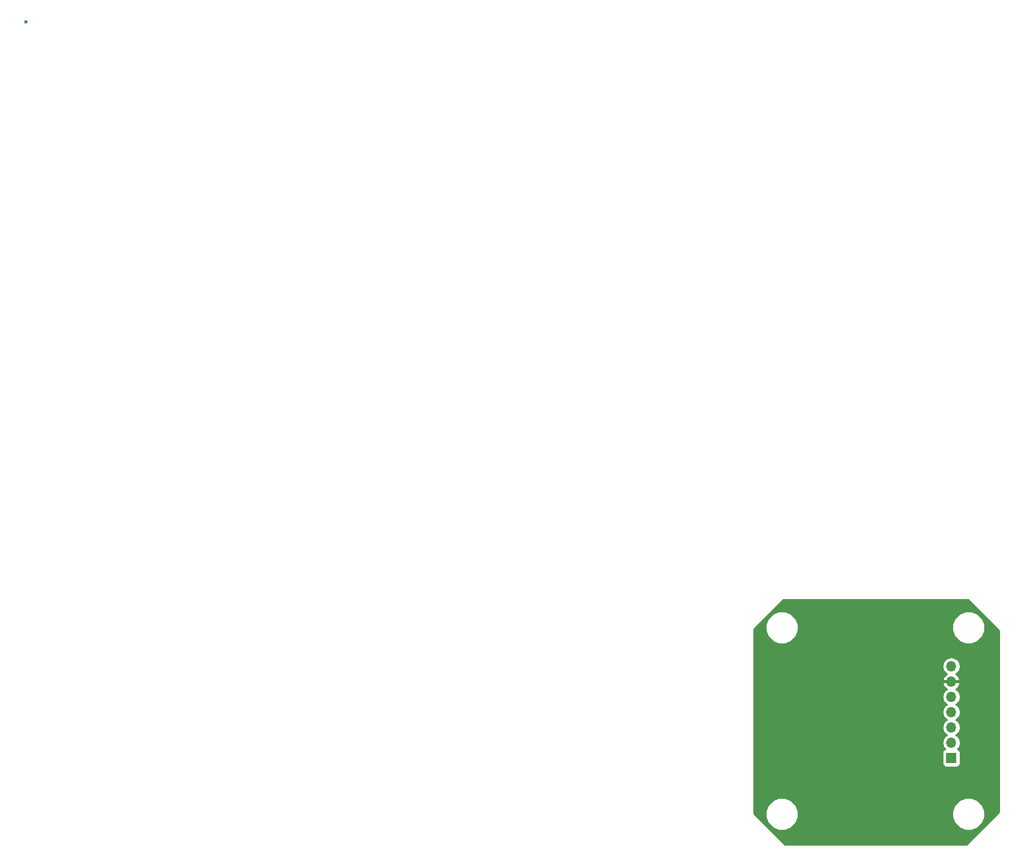
<source format=gbl>
G04 #@! TF.FileFunction,Copper,L2,Bot,Signal*
%FSLAX46Y46*%
G04 Gerber Fmt 4.6, Leading zero omitted, Abs format (unit mm)*
G04 Created by KiCad (PCBNEW 4.0.7) date 08/21/18 13:20:54*
%MOMM*%
%LPD*%
G01*
G04 APERTURE LIST*
%ADD10C,0.100000*%
%ADD11C,0.600000*%
%ADD12R,1.700000X1.700000*%
%ADD13O,1.700000X1.700000*%
%ADD14C,0.254000*%
G04 APERTURE END LIST*
D10*
D11*
X137541000Y-101346000D03*
X135001000Y-117983000D03*
X0Y0D03*
D12*
X153670000Y-122301000D03*
D13*
X153670000Y-119761000D03*
X153670000Y-117221000D03*
X153670000Y-114681000D03*
X153670000Y-112141000D03*
X153670000Y-109601000D03*
X153670000Y-107061000D03*
D11*
X135001000Y-119634000D03*
D14*
G36*
X161596000Y-101132092D02*
X161596000Y-131277908D01*
X156169908Y-136704000D01*
X126024092Y-136704000D01*
X121483146Y-132163054D01*
X122787528Y-132163054D01*
X123201814Y-133165703D01*
X123968262Y-133933490D01*
X124970186Y-134349526D01*
X126055054Y-134350472D01*
X127057703Y-133936186D01*
X127825490Y-133169738D01*
X128241526Y-132167814D01*
X128241530Y-132163054D01*
X153787528Y-132163054D01*
X154201814Y-133165703D01*
X154968262Y-133933490D01*
X155970186Y-134349526D01*
X157055054Y-134350472D01*
X158057703Y-133936186D01*
X158825490Y-133169738D01*
X159241526Y-132167814D01*
X159242472Y-131082946D01*
X158828186Y-130080297D01*
X158061738Y-129312510D01*
X157059814Y-128896474D01*
X155974946Y-128895528D01*
X154972297Y-129309814D01*
X154204510Y-130076262D01*
X153788474Y-131078186D01*
X153787528Y-132163054D01*
X128241530Y-132163054D01*
X128242472Y-131082946D01*
X127828186Y-130080297D01*
X127061738Y-129312510D01*
X126059814Y-128896474D01*
X124974946Y-128895528D01*
X123972297Y-129309814D01*
X123204510Y-130076262D01*
X122788474Y-131078186D01*
X122787528Y-132163054D01*
X121483146Y-132163054D01*
X120852000Y-131531908D01*
X120852000Y-112141000D01*
X152155907Y-112141000D01*
X152268946Y-112709285D01*
X152590853Y-113191054D01*
X152920026Y-113411000D01*
X152590853Y-113630946D01*
X152268946Y-114112715D01*
X152155907Y-114681000D01*
X152268946Y-115249285D01*
X152590853Y-115731054D01*
X152920026Y-115951000D01*
X152590853Y-116170946D01*
X152268946Y-116652715D01*
X152155907Y-117221000D01*
X152268946Y-117789285D01*
X152590853Y-118271054D01*
X152920026Y-118491000D01*
X152590853Y-118710946D01*
X152268946Y-119192715D01*
X152155907Y-119761000D01*
X152268946Y-120329285D01*
X152590853Y-120811054D01*
X152632452Y-120838850D01*
X152584683Y-120847838D01*
X152368559Y-120986910D01*
X152223569Y-121199110D01*
X152172560Y-121451000D01*
X152172560Y-123151000D01*
X152216838Y-123386317D01*
X152355910Y-123602441D01*
X152568110Y-123747431D01*
X152820000Y-123798440D01*
X154520000Y-123798440D01*
X154755317Y-123754162D01*
X154971441Y-123615090D01*
X155116431Y-123402890D01*
X155167440Y-123151000D01*
X155167440Y-121451000D01*
X155123162Y-121215683D01*
X154984090Y-120999559D01*
X154771890Y-120854569D01*
X154704459Y-120840914D01*
X154749147Y-120811054D01*
X155071054Y-120329285D01*
X155184093Y-119761000D01*
X155071054Y-119192715D01*
X154749147Y-118710946D01*
X154419974Y-118491000D01*
X154749147Y-118271054D01*
X155071054Y-117789285D01*
X155184093Y-117221000D01*
X155071054Y-116652715D01*
X154749147Y-116170946D01*
X154419974Y-115951000D01*
X154749147Y-115731054D01*
X155071054Y-115249285D01*
X155184093Y-114681000D01*
X155071054Y-114112715D01*
X154749147Y-113630946D01*
X154419974Y-113411000D01*
X154749147Y-113191054D01*
X155071054Y-112709285D01*
X155184093Y-112141000D01*
X155071054Y-111572715D01*
X154749147Y-111090946D01*
X154408447Y-110863298D01*
X154551358Y-110796183D01*
X154941645Y-110367924D01*
X155111476Y-109957890D01*
X154990155Y-109728000D01*
X153797000Y-109728000D01*
X153797000Y-109748000D01*
X153543000Y-109748000D01*
X153543000Y-109728000D01*
X152349845Y-109728000D01*
X152228524Y-109957890D01*
X152398355Y-110367924D01*
X152788642Y-110796183D01*
X152931553Y-110863298D01*
X152590853Y-111090946D01*
X152268946Y-111572715D01*
X152155907Y-112141000D01*
X120852000Y-112141000D01*
X120852000Y-107061000D01*
X152155907Y-107061000D01*
X152268946Y-107629285D01*
X152590853Y-108111054D01*
X152931553Y-108338702D01*
X152788642Y-108405817D01*
X152398355Y-108834076D01*
X152228524Y-109244110D01*
X152349845Y-109474000D01*
X153543000Y-109474000D01*
X153543000Y-109454000D01*
X153797000Y-109454000D01*
X153797000Y-109474000D01*
X154990155Y-109474000D01*
X155111476Y-109244110D01*
X154941645Y-108834076D01*
X154551358Y-108405817D01*
X154408447Y-108338702D01*
X154749147Y-108111054D01*
X155071054Y-107629285D01*
X155184093Y-107061000D01*
X155071054Y-106492715D01*
X154749147Y-106010946D01*
X154267378Y-105689039D01*
X153699093Y-105576000D01*
X153640907Y-105576000D01*
X153072622Y-105689039D01*
X152590853Y-106010946D01*
X152268946Y-106492715D01*
X152155907Y-107061000D01*
X120852000Y-107061000D01*
X120852000Y-101163054D01*
X122787528Y-101163054D01*
X123201814Y-102165703D01*
X123968262Y-102933490D01*
X124970186Y-103349526D01*
X126055054Y-103350472D01*
X127057703Y-102936186D01*
X127825490Y-102169738D01*
X128241526Y-101167814D01*
X128241530Y-101163054D01*
X153787528Y-101163054D01*
X154201814Y-102165703D01*
X154968262Y-102933490D01*
X155970186Y-103349526D01*
X157055054Y-103350472D01*
X158057703Y-102936186D01*
X158825490Y-102169738D01*
X159241526Y-101167814D01*
X159242472Y-100082946D01*
X158828186Y-99080297D01*
X158061738Y-98312510D01*
X157059814Y-97896474D01*
X155974946Y-97895528D01*
X154972297Y-98309814D01*
X154204510Y-99076262D01*
X153788474Y-100078186D01*
X153787528Y-101163054D01*
X128241530Y-101163054D01*
X128242472Y-100082946D01*
X127828186Y-99080297D01*
X127061738Y-98312510D01*
X126059814Y-97896474D01*
X124974946Y-97895528D01*
X123972297Y-98309814D01*
X123204510Y-99076262D01*
X122788474Y-100078186D01*
X122787528Y-101163054D01*
X120852000Y-101163054D01*
X120852000Y-100878092D01*
X125770092Y-95960000D01*
X156423908Y-95960000D01*
X161596000Y-101132092D01*
X161596000Y-101132092D01*
G37*
X161596000Y-101132092D02*
X161596000Y-131277908D01*
X156169908Y-136704000D01*
X126024092Y-136704000D01*
X121483146Y-132163054D01*
X122787528Y-132163054D01*
X123201814Y-133165703D01*
X123968262Y-133933490D01*
X124970186Y-134349526D01*
X126055054Y-134350472D01*
X127057703Y-133936186D01*
X127825490Y-133169738D01*
X128241526Y-132167814D01*
X128241530Y-132163054D01*
X153787528Y-132163054D01*
X154201814Y-133165703D01*
X154968262Y-133933490D01*
X155970186Y-134349526D01*
X157055054Y-134350472D01*
X158057703Y-133936186D01*
X158825490Y-133169738D01*
X159241526Y-132167814D01*
X159242472Y-131082946D01*
X158828186Y-130080297D01*
X158061738Y-129312510D01*
X157059814Y-128896474D01*
X155974946Y-128895528D01*
X154972297Y-129309814D01*
X154204510Y-130076262D01*
X153788474Y-131078186D01*
X153787528Y-132163054D01*
X128241530Y-132163054D01*
X128242472Y-131082946D01*
X127828186Y-130080297D01*
X127061738Y-129312510D01*
X126059814Y-128896474D01*
X124974946Y-128895528D01*
X123972297Y-129309814D01*
X123204510Y-130076262D01*
X122788474Y-131078186D01*
X122787528Y-132163054D01*
X121483146Y-132163054D01*
X120852000Y-131531908D01*
X120852000Y-112141000D01*
X152155907Y-112141000D01*
X152268946Y-112709285D01*
X152590853Y-113191054D01*
X152920026Y-113411000D01*
X152590853Y-113630946D01*
X152268946Y-114112715D01*
X152155907Y-114681000D01*
X152268946Y-115249285D01*
X152590853Y-115731054D01*
X152920026Y-115951000D01*
X152590853Y-116170946D01*
X152268946Y-116652715D01*
X152155907Y-117221000D01*
X152268946Y-117789285D01*
X152590853Y-118271054D01*
X152920026Y-118491000D01*
X152590853Y-118710946D01*
X152268946Y-119192715D01*
X152155907Y-119761000D01*
X152268946Y-120329285D01*
X152590853Y-120811054D01*
X152632452Y-120838850D01*
X152584683Y-120847838D01*
X152368559Y-120986910D01*
X152223569Y-121199110D01*
X152172560Y-121451000D01*
X152172560Y-123151000D01*
X152216838Y-123386317D01*
X152355910Y-123602441D01*
X152568110Y-123747431D01*
X152820000Y-123798440D01*
X154520000Y-123798440D01*
X154755317Y-123754162D01*
X154971441Y-123615090D01*
X155116431Y-123402890D01*
X155167440Y-123151000D01*
X155167440Y-121451000D01*
X155123162Y-121215683D01*
X154984090Y-120999559D01*
X154771890Y-120854569D01*
X154704459Y-120840914D01*
X154749147Y-120811054D01*
X155071054Y-120329285D01*
X155184093Y-119761000D01*
X155071054Y-119192715D01*
X154749147Y-118710946D01*
X154419974Y-118491000D01*
X154749147Y-118271054D01*
X155071054Y-117789285D01*
X155184093Y-117221000D01*
X155071054Y-116652715D01*
X154749147Y-116170946D01*
X154419974Y-115951000D01*
X154749147Y-115731054D01*
X155071054Y-115249285D01*
X155184093Y-114681000D01*
X155071054Y-114112715D01*
X154749147Y-113630946D01*
X154419974Y-113411000D01*
X154749147Y-113191054D01*
X155071054Y-112709285D01*
X155184093Y-112141000D01*
X155071054Y-111572715D01*
X154749147Y-111090946D01*
X154408447Y-110863298D01*
X154551358Y-110796183D01*
X154941645Y-110367924D01*
X155111476Y-109957890D01*
X154990155Y-109728000D01*
X153797000Y-109728000D01*
X153797000Y-109748000D01*
X153543000Y-109748000D01*
X153543000Y-109728000D01*
X152349845Y-109728000D01*
X152228524Y-109957890D01*
X152398355Y-110367924D01*
X152788642Y-110796183D01*
X152931553Y-110863298D01*
X152590853Y-111090946D01*
X152268946Y-111572715D01*
X152155907Y-112141000D01*
X120852000Y-112141000D01*
X120852000Y-107061000D01*
X152155907Y-107061000D01*
X152268946Y-107629285D01*
X152590853Y-108111054D01*
X152931553Y-108338702D01*
X152788642Y-108405817D01*
X152398355Y-108834076D01*
X152228524Y-109244110D01*
X152349845Y-109474000D01*
X153543000Y-109474000D01*
X153543000Y-109454000D01*
X153797000Y-109454000D01*
X153797000Y-109474000D01*
X154990155Y-109474000D01*
X155111476Y-109244110D01*
X154941645Y-108834076D01*
X154551358Y-108405817D01*
X154408447Y-108338702D01*
X154749147Y-108111054D01*
X155071054Y-107629285D01*
X155184093Y-107061000D01*
X155071054Y-106492715D01*
X154749147Y-106010946D01*
X154267378Y-105689039D01*
X153699093Y-105576000D01*
X153640907Y-105576000D01*
X153072622Y-105689039D01*
X152590853Y-106010946D01*
X152268946Y-106492715D01*
X152155907Y-107061000D01*
X120852000Y-107061000D01*
X120852000Y-101163054D01*
X122787528Y-101163054D01*
X123201814Y-102165703D01*
X123968262Y-102933490D01*
X124970186Y-103349526D01*
X126055054Y-103350472D01*
X127057703Y-102936186D01*
X127825490Y-102169738D01*
X128241526Y-101167814D01*
X128241530Y-101163054D01*
X153787528Y-101163054D01*
X154201814Y-102165703D01*
X154968262Y-102933490D01*
X155970186Y-103349526D01*
X157055054Y-103350472D01*
X158057703Y-102936186D01*
X158825490Y-102169738D01*
X159241526Y-101167814D01*
X159242472Y-100082946D01*
X158828186Y-99080297D01*
X158061738Y-98312510D01*
X157059814Y-97896474D01*
X155974946Y-97895528D01*
X154972297Y-98309814D01*
X154204510Y-99076262D01*
X153788474Y-100078186D01*
X153787528Y-101163054D01*
X128241530Y-101163054D01*
X128242472Y-100082946D01*
X127828186Y-99080297D01*
X127061738Y-98312510D01*
X126059814Y-97896474D01*
X124974946Y-97895528D01*
X123972297Y-98309814D01*
X123204510Y-99076262D01*
X122788474Y-100078186D01*
X122787528Y-101163054D01*
X120852000Y-101163054D01*
X120852000Y-100878092D01*
X125770092Y-95960000D01*
X156423908Y-95960000D01*
X161596000Y-101132092D01*
M02*

</source>
